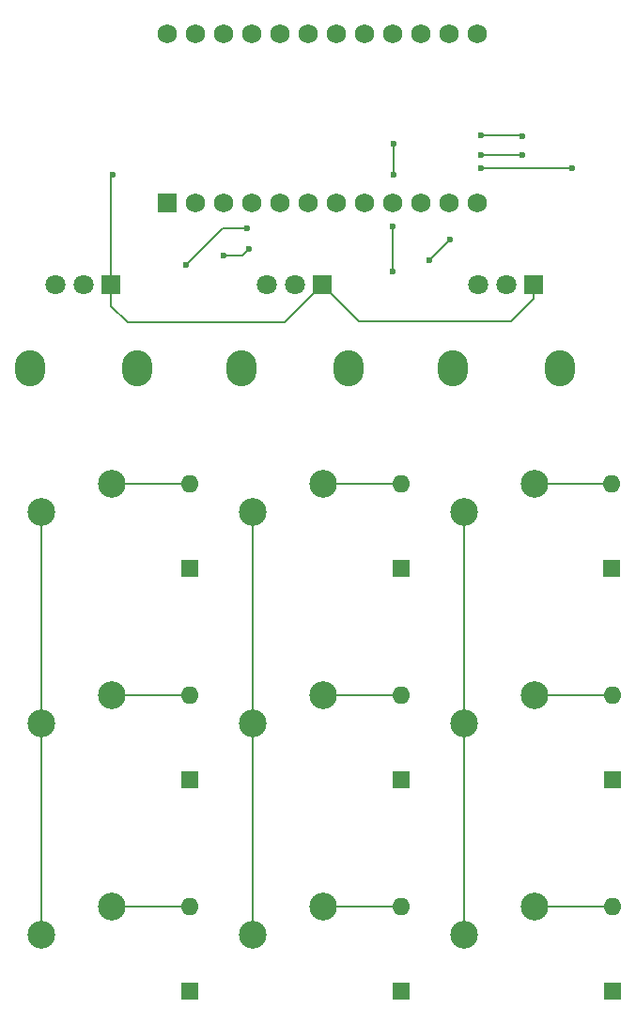
<source format=gbr>
%TF.GenerationSoftware,KiCad,Pcbnew,8.0.2*%
%TF.CreationDate,2024-05-13T19:47:19+03:00*%
%TF.ProjectId,tasta_mea,74617374-615f-46d6-9561-2e6b69636164,rev?*%
%TF.SameCoordinates,Original*%
%TF.FileFunction,Copper,L2,Bot*%
%TF.FilePolarity,Positive*%
%FSLAX46Y46*%
G04 Gerber Fmt 4.6, Leading zero omitted, Abs format (unit mm)*
G04 Created by KiCad (PCBNEW 8.0.2) date 2024-05-13 19:47:19*
%MOMM*%
%LPD*%
G01*
G04 APERTURE LIST*
%TA.AperFunction,ComponentPad*%
%ADD10O,2.720000X3.240000*%
%TD*%
%TA.AperFunction,ComponentPad*%
%ADD11R,1.800000X1.800000*%
%TD*%
%TA.AperFunction,ComponentPad*%
%ADD12C,1.800000*%
%TD*%
%TA.AperFunction,ComponentPad*%
%ADD13C,2.500000*%
%TD*%
%TA.AperFunction,ComponentPad*%
%ADD14R,1.752600X1.752600*%
%TD*%
%TA.AperFunction,ComponentPad*%
%ADD15C,1.752600*%
%TD*%
%TA.AperFunction,ComponentPad*%
%ADD16R,1.600000X1.600000*%
%TD*%
%TA.AperFunction,ComponentPad*%
%ADD17O,1.600000X1.600000*%
%TD*%
%TA.AperFunction,ViaPad*%
%ADD18C,0.600000*%
%TD*%
%TA.AperFunction,Conductor*%
%ADD19C,0.200000*%
%TD*%
G04 APERTURE END LIST*
D10*
%TO.P,RV1,*%
%TO.N,*%
X98650000Y-53420000D03*
X89050000Y-53420000D03*
D11*
%TO.P,RV1,1,1*%
%TO.N,vcc*%
X96350000Y-45920000D03*
D12*
%TO.P,RV1,2,2*%
%TO.N,vol 1*%
X93850000Y-45920000D03*
%TO.P,RV1,3,3*%
%TO.N,gnd*%
X91350000Y-45920000D03*
%TD*%
D13*
%TO.P,S1,1,1*%
%TO.N,col 1*%
X90040000Y-66380000D03*
%TO.P,S1,2,2*%
%TO.N,Net-(D1-A)*%
X96390000Y-63840000D03*
%TD*%
D10*
%TO.P,RV3,*%
%TO.N,*%
X136750000Y-53420000D03*
X127150000Y-53420000D03*
D11*
%TO.P,RV3,1,1*%
%TO.N,vcc*%
X134450000Y-45920000D03*
D12*
%TO.P,RV3,2,2*%
%TO.N,vol 3*%
X131950000Y-45920000D03*
%TO.P,RV3,3,3*%
%TO.N,gnd*%
X129450000Y-45920000D03*
%TD*%
D14*
%TO.P,U1,1,TX0/PD3*%
%TO.N,unconnected-(U1-TX0{slash}PD3-Pad1)*%
X101430000Y-38540000D03*
D15*
%TO.P,U1,2,RX1/PD2*%
%TO.N,unconnected-(U1-RX1{slash}PD2-Pad2)*%
X103970000Y-38540000D03*
%TO.P,U1,3,GND*%
%TO.N,gnd*%
X106510000Y-38540000D03*
%TO.P,U1,4,GND*%
%TO.N,unconnected-(U1-GND-Pad4)*%
X109050000Y-38540000D03*
%TO.P,U1,5,2/PD1*%
%TO.N,col 1*%
X111590000Y-38540000D03*
%TO.P,U1,6,3/PD0*%
%TO.N,col 2*%
X114130000Y-38540000D03*
%TO.P,U1,7,4/PD4*%
%TO.N,col 3*%
X116670000Y-38540000D03*
%TO.P,U1,8,5/PC6*%
%TO.N,row 1*%
X119210000Y-38540000D03*
%TO.P,U1,9,6/PD7*%
%TO.N,row 2*%
X121750000Y-38540000D03*
%TO.P,U1,10,7/PE6*%
%TO.N,row 3*%
X124290000Y-38540000D03*
%TO.P,U1,11,8/PB4*%
%TO.N,vol 1*%
X126830000Y-38540000D03*
%TO.P,U1,12,9/PB5*%
%TO.N,vol 2*%
X129370000Y-38540000D03*
%TO.P,U1,13,10/PB6*%
%TO.N,vol 3*%
X129370000Y-23300000D03*
%TO.P,U1,14,16/PB2*%
%TO.N,unconnected-(U1-16{slash}PB2-Pad14)*%
X126830000Y-23300000D03*
%TO.P,U1,15,14/PB3*%
%TO.N,unconnected-(U1-14{slash}PB3-Pad15)*%
X124290000Y-23300000D03*
%TO.P,U1,16,15/PB1*%
%TO.N,unconnected-(U1-15{slash}PB1-Pad16)*%
X121750000Y-23300000D03*
%TO.P,U1,17,A0/PF7*%
%TO.N,unconnected-(U1-A0{slash}PF7-Pad17)*%
X119210000Y-23300000D03*
%TO.P,U1,18,A1/PF6*%
%TO.N,unconnected-(U1-A1{slash}PF6-Pad18)*%
X116670000Y-23300000D03*
%TO.P,U1,19,A2/PF5*%
%TO.N,unconnected-(U1-A2{slash}PF5-Pad19)*%
X114130000Y-23300000D03*
%TO.P,U1,20,A3/PF4*%
%TO.N,unconnected-(U1-A3{slash}PF4-Pad20)*%
X111590000Y-23300000D03*
%TO.P,U1,21,VCC*%
%TO.N,vcc*%
X109050000Y-23300000D03*
%TO.P,U1,22,RST*%
%TO.N,unconnected-(U1-RST-Pad22)*%
X106510000Y-23300000D03*
%TO.P,U1,23,GND*%
%TO.N,unconnected-(U1-GND-Pad23)*%
X103970000Y-23300000D03*
%TO.P,U1,24,RAW*%
%TO.N,unconnected-(U1-RAW-Pad24)*%
X101430000Y-23300000D03*
%TD*%
D13*
%TO.P,S6,1,1*%
%TO.N,col 3*%
X128140000Y-85430000D03*
%TO.P,S6,2,2*%
%TO.N,Net-(D6-A)*%
X134490000Y-82890000D03*
%TD*%
%TO.P,S7,1,1*%
%TO.N,col 1*%
X90040000Y-104480000D03*
%TO.P,S7,2,2*%
%TO.N,Net-(D7-A)*%
X96390000Y-101940000D03*
%TD*%
%TO.P,S2,1,1*%
%TO.N,col 2*%
X109090000Y-66380000D03*
%TO.P,S2,2,2*%
%TO.N,Net-(D2-A)*%
X115440000Y-63840000D03*
%TD*%
%TO.P,S9,1,1*%
%TO.N,col 3*%
X128140000Y-104480000D03*
%TO.P,S9,2,2*%
%TO.N,Net-(D9-A)*%
X134490000Y-101940000D03*
%TD*%
D10*
%TO.P,RV2,*%
%TO.N,*%
X117700000Y-53420000D03*
X108100000Y-53420000D03*
D11*
%TO.P,RV2,1,1*%
%TO.N,vcc*%
X115400000Y-45920000D03*
D12*
%TO.P,RV2,2,2*%
%TO.N,vol 2*%
X112900000Y-45920000D03*
%TO.P,RV2,3,3*%
%TO.N,gnd*%
X110400000Y-45920000D03*
%TD*%
D13*
%TO.P,S5,1,1*%
%TO.N,col 2*%
X109090000Y-85430000D03*
%TO.P,S5,2,2*%
%TO.N,Net-(D5-A)*%
X115440000Y-82890000D03*
%TD*%
%TO.P,S3,1,1*%
%TO.N,col 3*%
X128140000Y-66380000D03*
%TO.P,S3,2,2*%
%TO.N,Net-(D3-A)*%
X134490000Y-63840000D03*
%TD*%
%TO.P,S8,1,1*%
%TO.N,col 2*%
X109090000Y-104480000D03*
%TO.P,S8,2,2*%
%TO.N,Net-(D8-A)*%
X115440000Y-101940000D03*
%TD*%
%TO.P,S4,1,1*%
%TO.N,col 1*%
X90040000Y-85430000D03*
%TO.P,S4,2,2*%
%TO.N,Net-(D4-A)*%
X96390000Y-82890000D03*
%TD*%
D16*
%TO.P,D6,1,K*%
%TO.N,row 2*%
X141500000Y-90490000D03*
D17*
%TO.P,D6,2,A*%
%TO.N,Net-(D6-A)*%
X141500000Y-82870000D03*
%TD*%
D16*
%TO.P,D9,1,K*%
%TO.N,row 3*%
X141500000Y-109540000D03*
D17*
%TO.P,D9,2,A*%
%TO.N,Net-(D9-A)*%
X141500000Y-101920000D03*
%TD*%
D16*
%TO.P,D3,1,K*%
%TO.N,row 1*%
X141410000Y-71440000D03*
D17*
%TO.P,D3,2,A*%
%TO.N,Net-(D3-A)*%
X141410000Y-63820000D03*
%TD*%
D16*
%TO.P,D7,1,K*%
%TO.N,row 3*%
X103400000Y-109540000D03*
D17*
%TO.P,D7,2,A*%
%TO.N,Net-(D7-A)*%
X103400000Y-101920000D03*
%TD*%
D16*
%TO.P,D4,1,K*%
%TO.N,row 2*%
X103400000Y-90490000D03*
D17*
%TO.P,D4,2,A*%
%TO.N,Net-(D4-A)*%
X103400000Y-82870000D03*
%TD*%
D16*
%TO.P,D8,1,K*%
%TO.N,row 3*%
X122450000Y-109540000D03*
D17*
%TO.P,D8,2,A*%
%TO.N,Net-(D8-A)*%
X122450000Y-101920000D03*
%TD*%
D16*
%TO.P,D5,1,K*%
%TO.N,row 2*%
X122450000Y-90490000D03*
D17*
%TO.P,D5,2,A*%
%TO.N,Net-(D5-A)*%
X122450000Y-82870000D03*
%TD*%
D16*
%TO.P,D1,1,K*%
%TO.N,row 1*%
X103400000Y-71440000D03*
D17*
%TO.P,D1,2,A*%
%TO.N,Net-(D1-A)*%
X103400000Y-63820000D03*
%TD*%
D16*
%TO.P,D2,1,K*%
%TO.N,row 1*%
X122450000Y-71440000D03*
D17*
%TO.P,D2,2,A*%
%TO.N,Net-(D2-A)*%
X122450000Y-63820000D03*
%TD*%
D18*
%TO.N,row 1*%
X129700000Y-34220000D03*
X133400000Y-34220000D03*
%TO.N,row 2*%
X129700000Y-32420000D03*
X133400000Y-32520000D03*
X121800000Y-33220000D03*
X121800000Y-36020000D03*
%TO.N,row 3*%
X129700000Y-35420000D03*
X137900000Y-35420000D03*
%TO.N,vol 1*%
X108800000Y-42720000D03*
X106500000Y-43320000D03*
%TO.N,vcc*%
X96500000Y-36020000D03*
%TO.N,vol 2*%
X125000000Y-43720000D03*
X126900000Y-41820000D03*
%TO.N,col 2*%
X103100000Y-44120000D03*
X108600000Y-40820000D03*
%TO.N,col 3*%
X121700000Y-40620000D03*
X121700000Y-44720000D03*
%TD*%
D19*
%TO.N,row 1*%
X129700000Y-34220000D02*
X133400000Y-34220000D01*
%TO.N,Net-(D1-A)*%
X103380000Y-63840000D02*
X103400000Y-63820000D01*
X96390000Y-63840000D02*
X103380000Y-63840000D01*
%TO.N,Net-(D2-A)*%
X122430000Y-63840000D02*
X122450000Y-63820000D01*
X115440000Y-63840000D02*
X122430000Y-63840000D01*
%TO.N,Net-(D3-A)*%
X141390000Y-63840000D02*
X141410000Y-63820000D01*
X134490000Y-63840000D02*
X141390000Y-63840000D01*
%TO.N,Net-(D4-A)*%
X96390000Y-82890000D02*
X103380000Y-82890000D01*
X103380000Y-82890000D02*
X103400000Y-82870000D01*
%TO.N,row 2*%
X121800000Y-33220000D02*
X121800000Y-36020000D01*
X133300000Y-32420000D02*
X133400000Y-32520000D01*
X129700000Y-32420000D02*
X133300000Y-32420000D01*
%TO.N,Net-(D5-A)*%
X115440000Y-82890000D02*
X122430000Y-82890000D01*
X122430000Y-82890000D02*
X122450000Y-82870000D01*
%TO.N,Net-(D6-A)*%
X141480000Y-82890000D02*
X141500000Y-82870000D01*
X134490000Y-82890000D02*
X141480000Y-82890000D01*
%TO.N,row 3*%
X137900000Y-35420000D02*
X129700000Y-35420000D01*
%TO.N,Net-(D7-A)*%
X96390000Y-101940000D02*
X103380000Y-101940000D01*
X103380000Y-101940000D02*
X103400000Y-101920000D01*
%TO.N,Net-(D8-A)*%
X115440000Y-101940000D02*
X122430000Y-101940000D01*
X122430000Y-101940000D02*
X122450000Y-101920000D01*
%TO.N,Net-(D9-A)*%
X141480000Y-101940000D02*
X141500000Y-101920000D01*
X134490000Y-101940000D02*
X141480000Y-101940000D01*
%TO.N,vol 1*%
X108200000Y-43320000D02*
X108800000Y-42720000D01*
X106500000Y-43320000D02*
X108200000Y-43320000D01*
%TO.N,vcc*%
X134450000Y-47170000D02*
X134450000Y-45920000D01*
X96350000Y-47870000D02*
X97800000Y-49320000D01*
X96350000Y-45920000D02*
X96350000Y-47870000D01*
X115400000Y-45920000D02*
X118700000Y-49220000D01*
X96350000Y-45920000D02*
X96350000Y-36170000D01*
X132400000Y-49220000D02*
X134450000Y-47170000D01*
X96350000Y-36170000D02*
X96500000Y-36020000D01*
X118700000Y-49220000D02*
X132400000Y-49220000D01*
X97800000Y-49320000D02*
X112000000Y-49320000D01*
X112000000Y-49320000D02*
X115400000Y-45920000D01*
%TO.N,vol 2*%
X125000000Y-43720000D02*
X126900000Y-41820000D01*
%TO.N,col 1*%
X90040000Y-85430000D02*
X90040000Y-104480000D01*
X90040000Y-66380000D02*
X90040000Y-85430000D01*
%TO.N,col 2*%
X109090000Y-85430000D02*
X109090000Y-104480000D01*
X106400000Y-40820000D02*
X108600000Y-40820000D01*
X109090000Y-66380000D02*
X109090000Y-85430000D01*
X103100000Y-44120000D02*
X106400000Y-40820000D01*
%TO.N,col 3*%
X128140000Y-85430000D02*
X128140000Y-104480000D01*
X128140000Y-66380000D02*
X128140000Y-85430000D01*
X121700000Y-44720000D02*
X121700000Y-40620000D01*
%TD*%
M02*

</source>
